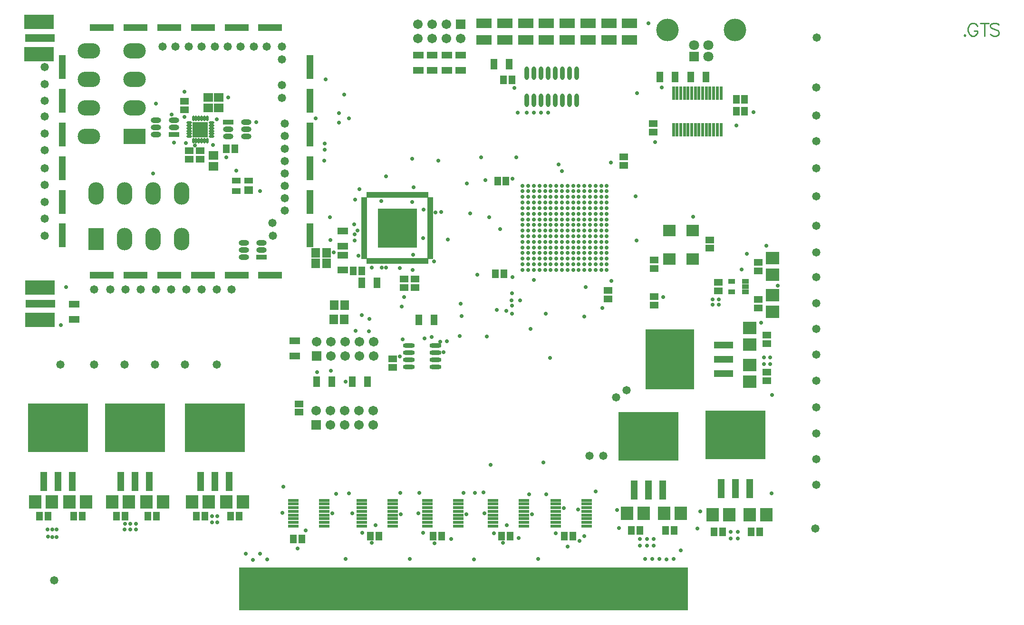
<source format=gts>
%FSAX25Y25*%
%MOIN*%
G70*
G01*
G75*
G04 Layer_Color=8388736*
%ADD10R,0.05118X0.05906*%
%ADD11R,0.10000X0.15000*%
%ADD12O,0.10000X0.15000*%
%ADD13R,0.15000X0.10000*%
%ADD14O,0.15000X0.10000*%
%ADD15R,0.20000X0.09500*%
%ADD16R,0.20000X0.04500*%
%ADD17R,0.04331X0.05512*%
%ADD18R,0.05512X0.04331*%
%ADD19R,0.08661X0.07874*%
%ADD20R,0.04331X0.06693*%
%ADD21R,0.01575X0.08465*%
%ADD22R,0.01575X0.08465*%
%ADD23R,0.06693X0.04331*%
%ADD24R,0.07874X0.08661*%
%ADD25R,0.08000X0.07200*%
%ADD26O,0.06500X0.03000*%
%ADD27R,0.06500X0.03000*%
%ADD28O,0.04000X0.20000*%
%ADD29R,0.01181X0.03169*%
%ADD30R,0.03169X0.01181*%
%ADD31R,0.26378X0.26378*%
%ADD32R,0.06496X0.01181*%
%ADD33R,0.41339X0.33071*%
%ADD34R,0.04134X0.12992*%
%ADD35R,0.33071X0.41339*%
%ADD36R,0.12992X0.04134*%
%ADD37R,0.04331X0.02559*%
%ADD38O,0.07480X0.02362*%
%ADD39C,0.01969*%
%ADD40O,0.02362X0.08661*%
%ADD41R,0.10236X0.05906*%
%ADD42R,0.05100X0.03500*%
%ADD43R,0.05100X0.04700*%
%ADD44R,0.04000X0.16000*%
%ADD45R,0.16000X0.04000*%
%ADD46R,0.05906X0.05118*%
%ADD47O,0.03150X0.00984*%
%ADD48O,0.00984X0.03150*%
%ADD49R,0.10236X0.10236*%
%ADD50C,0.00492*%
%ADD51C,0.03150*%
%ADD52C,0.00787*%
%ADD53C,0.01000*%
%ADD54C,0.01969*%
%ADD55C,0.01181*%
%ADD56C,0.01575*%
%ADD57C,0.02362*%
%ADD58C,0.03937*%
%ADD59C,0.00900*%
%ADD60R,0.05906X0.05906*%
%ADD61C,0.05906*%
%ADD62C,0.05000*%
%ADD63C,0.14961*%
%ADD64C,0.06299*%
%ADD65R,0.06299X0.06299*%
%ADD66C,0.02598*%
%ADD67R,0.05709X0.02165*%
%ADD68O,0.07874X0.01378*%
%ADD69C,0.00984*%
%ADD70C,0.00394*%
%ADD71C,0.00600*%
%ADD72C,0.00720*%
%ADD73C,0.00800*%
%ADD74C,0.00300*%
%ADD75R,0.00100X0.00100*%
%ADD76R,3.15000X0.30000*%
%ADD77R,0.05918X0.06706*%
%ADD78R,0.10800X0.15800*%
%ADD79O,0.10800X0.15800*%
%ADD80R,0.15800X0.10800*%
%ADD81O,0.15800X0.10800*%
%ADD82R,0.20800X0.10300*%
%ADD83R,0.20800X0.05300*%
%ADD84R,0.05131X0.06312*%
%ADD85R,0.06312X0.05131*%
%ADD86R,0.09461X0.08674*%
%ADD87R,0.05131X0.07493*%
%ADD88R,0.02375X0.09265*%
%ADD89R,0.02375X0.09265*%
%ADD90R,0.07493X0.05131*%
%ADD91R,0.08674X0.09461*%
%ADD92R,0.08800X0.08000*%
%ADD93O,0.07300X0.03800*%
%ADD94R,0.07300X0.03800*%
%ADD95O,0.04800X0.20800*%
%ADD96R,0.01981X0.03969*%
%ADD97R,0.03969X0.01981*%
%ADD98R,0.27178X0.27178*%
%ADD99R,0.07296X0.01981*%
%ADD100R,0.42139X0.33871*%
%ADD101R,0.04934X0.13792*%
%ADD102R,0.33871X0.42139*%
%ADD103R,0.13792X0.04934*%
%ADD104R,0.05131X0.03359*%
%ADD105O,0.08280X0.03162*%
%ADD106C,0.02769*%
%ADD107O,0.03162X0.09461*%
%ADD108R,0.11036X0.06706*%
%ADD109R,0.05900X0.04300*%
%ADD110R,0.05900X0.05500*%
%ADD111R,0.04800X0.16800*%
%ADD112R,0.16800X0.04800*%
%ADD113R,0.06706X0.05918*%
%ADD114O,0.03950X0.01784*%
%ADD115O,0.01784X0.03950*%
%ADD116R,0.11036X0.11036*%
%ADD117R,0.06706X0.06706*%
%ADD118C,0.06706*%
%ADD119C,0.05800*%
%ADD120C,0.15761*%
%ADD121C,0.07099*%
%ADD122R,0.07099X0.07099*%
D59*
X0638322Y0382550D02*
X0637894Y0382121D01*
X0638322Y0381693D01*
X0638751Y0382121D01*
X0638322Y0382550D01*
X0647149Y0388549D02*
X0646720Y0389405D01*
X0645863Y0390263D01*
X0645007Y0390691D01*
X0643293D01*
X0642436Y0390263D01*
X0641579Y0389405D01*
X0641150Y0388549D01*
X0640722Y0387263D01*
Y0385121D01*
X0641150Y0383835D01*
X0641579Y0382978D01*
X0642436Y0382121D01*
X0643293Y0381693D01*
X0645007D01*
X0645863Y0382121D01*
X0646720Y0382978D01*
X0647149Y0383835D01*
Y0385121D01*
X0645007D02*
X0647149D01*
X0652205Y0390691D02*
Y0381693D01*
X0649206Y0390691D02*
X0655204D01*
X0662274Y0389405D02*
X0661417Y0390263D01*
X0660132Y0390691D01*
X0658418D01*
X0657132Y0390263D01*
X0656276Y0389405D01*
Y0388549D01*
X0656704Y0387692D01*
X0657132Y0387263D01*
X0657989Y0386835D01*
X0660560Y0385978D01*
X0661417Y0385549D01*
X0661846Y0385121D01*
X0662274Y0384264D01*
Y0382978D01*
X0661417Y0382121D01*
X0660132Y0381693D01*
X0658418D01*
X0657132Y0382121D01*
X0656276Y0382978D01*
D76*
X0286772Y-0005996D02*
D03*
D77*
X0190748Y0229429D02*
D03*
X0183268D02*
D03*
X0190748Y0222342D02*
D03*
X0183268D02*
D03*
X0203740Y0192815D02*
D03*
X0196260D02*
D03*
X0203346Y0182972D02*
D03*
X0195866D02*
D03*
D78*
X0029134Y0239272D02*
D03*
D79*
X0049134D02*
D03*
X0069134D02*
D03*
X0089134D02*
D03*
X0029134Y0271272D02*
D03*
X0049134D02*
D03*
X0069134D02*
D03*
X0089134D02*
D03*
D80*
X0056299Y0311319D02*
D03*
D81*
Y0331319D02*
D03*
Y0351319D02*
D03*
Y0371319D02*
D03*
X0024299Y0311319D02*
D03*
Y0331319D02*
D03*
Y0351319D02*
D03*
Y0371319D02*
D03*
D82*
X-0010591Y0368878D02*
D03*
Y0391398D02*
D03*
X-0010197Y0182658D02*
D03*
Y0205177D02*
D03*
D83*
X-0010191Y0380239D02*
D03*
X-0009797Y0194019D02*
D03*
D84*
X0309252Y0214862D02*
D03*
X0315158D02*
D03*
X0129425Y0045004D02*
D03*
X0123520D02*
D03*
X0099520Y0045004D02*
D03*
X0105425D02*
D03*
X0071425Y0045004D02*
D03*
X0065520D02*
D03*
X0043520Y0045004D02*
D03*
X0049425D02*
D03*
X0019425Y0045004D02*
D03*
X0013520D02*
D03*
X-0010480Y0045004D02*
D03*
X-0004575D02*
D03*
X0484055Y0337303D02*
D03*
X0478150D02*
D03*
X0478150Y0329035D02*
D03*
X0484055D02*
D03*
X0494425Y0034004D02*
D03*
X0488520D02*
D03*
X0462520Y0034004D02*
D03*
X0468425D02*
D03*
X0434425Y0035004D02*
D03*
X0428520D02*
D03*
X0404520Y0035004D02*
D03*
X0410425D02*
D03*
X0357520Y0031004D02*
D03*
X0363425D02*
D03*
X0313520D02*
D03*
X0319425D02*
D03*
X0265520D02*
D03*
X0271425D02*
D03*
X0221520D02*
D03*
X0227425D02*
D03*
X0167520Y0029004D02*
D03*
X0173425D02*
D03*
X0310827Y0279823D02*
D03*
X0316732D02*
D03*
X0209520Y0217004D02*
D03*
X0215425D02*
D03*
X0320866Y0350886D02*
D03*
X0314961D02*
D03*
X0126575Y0302658D02*
D03*
X0120669D02*
D03*
D85*
X0388189Y0197343D02*
D03*
Y0203248D02*
D03*
X0493740Y0196929D02*
D03*
Y0191024D02*
D03*
X0493740Y0217024D02*
D03*
Y0222929D02*
D03*
X0465740Y0203024D02*
D03*
Y0208929D02*
D03*
X0459449Y0238681D02*
D03*
Y0232776D02*
D03*
X0420472Y0224508D02*
D03*
Y0218602D02*
D03*
X0420079Y0320177D02*
D03*
Y0314272D02*
D03*
X0171653Y0123721D02*
D03*
Y0117815D02*
D03*
X0237402Y0155217D02*
D03*
Y0149311D02*
D03*
X0499520Y0171929D02*
D03*
Y0166024D02*
D03*
X0499520Y0140024D02*
D03*
Y0145929D02*
D03*
X0399213Y0296949D02*
D03*
Y0291043D02*
D03*
X0420472Y0198917D02*
D03*
Y0193012D02*
D03*
X0245276Y0205217D02*
D03*
Y0211122D02*
D03*
X0252756Y0211122D02*
D03*
Y0205217D02*
D03*
X0091339Y0335925D02*
D03*
Y0330020D02*
D03*
X0094488Y0295374D02*
D03*
Y0301279D02*
D03*
X0102362Y0301279D02*
D03*
Y0295374D02*
D03*
D86*
X0487520Y0165071D02*
D03*
Y0176882D02*
D03*
Y0150882D02*
D03*
Y0139071D02*
D03*
X0503740Y0188071D02*
D03*
Y0199882D02*
D03*
Y0225882D02*
D03*
Y0214071D02*
D03*
D87*
X0446260Y0353051D02*
D03*
X0456890D02*
D03*
X0435236D02*
D03*
X0424606D02*
D03*
X0194685Y0139272D02*
D03*
X0184055D02*
D03*
X0219488D02*
D03*
X0208858D02*
D03*
X0266339Y0182579D02*
D03*
X0255709D02*
D03*
X0226181Y0208563D02*
D03*
X0215551D02*
D03*
X0308268Y0361910D02*
D03*
X0318898D02*
D03*
D88*
X0434154Y0315748D02*
D03*
D89*
X0436713D02*
D03*
X0439272D02*
D03*
X0441831D02*
D03*
X0444390D02*
D03*
X0446949D02*
D03*
X0449508D02*
D03*
X0452067D02*
D03*
X0454626D02*
D03*
X0457185D02*
D03*
X0459744D02*
D03*
X0462303D02*
D03*
X0464862D02*
D03*
X0467421D02*
D03*
X0434154Y0341535D02*
D03*
X0436713D02*
D03*
X0439272D02*
D03*
X0441831D02*
D03*
X0444390D02*
D03*
X0446949D02*
D03*
X0449508D02*
D03*
X0452067D02*
D03*
X0454626D02*
D03*
X0457185D02*
D03*
X0459744D02*
D03*
X0462303D02*
D03*
X0464862D02*
D03*
X0467421D02*
D03*
D90*
X0285039Y0368209D02*
D03*
Y0357579D02*
D03*
X0275197Y0368209D02*
D03*
Y0357579D02*
D03*
X0264961Y0368209D02*
D03*
Y0357579D02*
D03*
X0255118Y0368209D02*
D03*
Y0357579D02*
D03*
X0168504Y0157185D02*
D03*
Y0167815D02*
D03*
X0202362Y0234350D02*
D03*
Y0244980D02*
D03*
Y0217421D02*
D03*
Y0228051D02*
D03*
X0013780Y0182776D02*
D03*
Y0193405D02*
D03*
D91*
X0108378Y0055004D02*
D03*
X0096567D02*
D03*
X0120567D02*
D03*
X0132378D02*
D03*
X0064567D02*
D03*
X0076378D02*
D03*
X0052378D02*
D03*
X0040567D02*
D03*
X0010567D02*
D03*
X0022378D02*
D03*
X-0001622D02*
D03*
X-0013433D02*
D03*
X0473378Y0046004D02*
D03*
X0461567D02*
D03*
X0413378Y0047004D02*
D03*
X0401567D02*
D03*
X0427567D02*
D03*
X0439378D02*
D03*
X0487567Y0046004D02*
D03*
X0499378D02*
D03*
D92*
X0431138Y0245098D02*
D03*
X0447638D02*
D03*
X0431138Y0225098D02*
D03*
X0447638D02*
D03*
D93*
X0071358Y0322500D02*
D03*
Y0317500D02*
D03*
Y0312500D02*
D03*
X0083858Y0322500D02*
D03*
Y0317500D02*
D03*
X0122047Y0316161D02*
D03*
Y0311161D02*
D03*
X0134547Y0321161D02*
D03*
Y0316161D02*
D03*
Y0311161D02*
D03*
X0145276Y0231673D02*
D03*
Y0236673D02*
D03*
X0132776Y0226673D02*
D03*
Y0231673D02*
D03*
Y0236673D02*
D03*
D94*
X0083858Y0312500D02*
D03*
X0122047Y0321161D02*
D03*
X0145276Y0226673D02*
D03*
D95*
X0134272Y-0001496D02*
D03*
X0139272D02*
D03*
X0439272D02*
D03*
X0434272D02*
D03*
X0429272D02*
D03*
X0424272D02*
D03*
X0419272D02*
D03*
X0414272D02*
D03*
X0409272D02*
D03*
X0404272D02*
D03*
X0399272D02*
D03*
X0394272D02*
D03*
X0389272D02*
D03*
X0384272D02*
D03*
X0379272D02*
D03*
X0374272D02*
D03*
X0369272D02*
D03*
X0364272D02*
D03*
X0359272D02*
D03*
X0354272D02*
D03*
X0349272D02*
D03*
X0344272D02*
D03*
X0339272D02*
D03*
X0334272D02*
D03*
X0329272D02*
D03*
X0324272D02*
D03*
X0319272D02*
D03*
X0314272D02*
D03*
X0309272D02*
D03*
X0304272D02*
D03*
X0299272D02*
D03*
X0294272D02*
D03*
X0289272D02*
D03*
X0284272D02*
D03*
X0279272D02*
D03*
X0274272D02*
D03*
X0269272D02*
D03*
X0264272D02*
D03*
X0259272D02*
D03*
X0254272D02*
D03*
X0249272D02*
D03*
X0244272D02*
D03*
X0239272D02*
D03*
X0234272D02*
D03*
X0229272D02*
D03*
X0224272D02*
D03*
X0219272D02*
D03*
X0214272D02*
D03*
X0209272D02*
D03*
X0204272D02*
D03*
X0199272D02*
D03*
X0184272D02*
D03*
X0179272D02*
D03*
X0174272D02*
D03*
X0169272D02*
D03*
X0164272D02*
D03*
X0159272D02*
D03*
X0154272D02*
D03*
X0149272D02*
D03*
X0144272D02*
D03*
D96*
X0261142Y0270242D02*
D03*
X0259173D02*
D03*
X0257205D02*
D03*
X0255236D02*
D03*
X0253268D02*
D03*
X0251299D02*
D03*
X0249331D02*
D03*
X0247362D02*
D03*
X0245394D02*
D03*
X0243425D02*
D03*
X0241457D02*
D03*
X0239488D02*
D03*
X0237520D02*
D03*
X0235551D02*
D03*
X0233583D02*
D03*
X0231614D02*
D03*
X0229646D02*
D03*
X0227677D02*
D03*
X0225709D02*
D03*
X0223740D02*
D03*
X0221772D02*
D03*
X0219803D02*
D03*
Y0223766D02*
D03*
X0221772D02*
D03*
X0223740D02*
D03*
X0225709D02*
D03*
X0227677D02*
D03*
X0229646D02*
D03*
X0231614D02*
D03*
X0233583D02*
D03*
X0235551D02*
D03*
X0237520D02*
D03*
X0239488D02*
D03*
X0241457D02*
D03*
X0243425D02*
D03*
X0245394D02*
D03*
X0247362D02*
D03*
X0249331D02*
D03*
X0251299D02*
D03*
X0253268D02*
D03*
X0255236D02*
D03*
X0257205D02*
D03*
X0259173D02*
D03*
X0261142D02*
D03*
D97*
X0217235Y0267673D02*
D03*
Y0265705D02*
D03*
Y0263736D02*
D03*
Y0261768D02*
D03*
Y0259799D02*
D03*
Y0257831D02*
D03*
Y0255862D02*
D03*
Y0253894D02*
D03*
Y0251925D02*
D03*
Y0249957D02*
D03*
Y0247988D02*
D03*
Y0246020D02*
D03*
Y0244051D02*
D03*
Y0242083D02*
D03*
Y0240114D02*
D03*
Y0238146D02*
D03*
Y0236177D02*
D03*
Y0234209D02*
D03*
Y0232240D02*
D03*
Y0230272D02*
D03*
Y0228303D02*
D03*
Y0226335D02*
D03*
X0263710D02*
D03*
Y0228303D02*
D03*
Y0230272D02*
D03*
Y0232240D02*
D03*
Y0234209D02*
D03*
Y0236177D02*
D03*
Y0238146D02*
D03*
Y0240114D02*
D03*
Y0242083D02*
D03*
Y0244051D02*
D03*
Y0246020D02*
D03*
Y0247988D02*
D03*
Y0249957D02*
D03*
Y0251925D02*
D03*
Y0253894D02*
D03*
Y0255862D02*
D03*
Y0257831D02*
D03*
Y0259799D02*
D03*
Y0261768D02*
D03*
Y0263736D02*
D03*
Y0265705D02*
D03*
Y0267673D02*
D03*
D98*
X0240472Y0247004D02*
D03*
D99*
X0261547Y0055961D02*
D03*
Y0053401D02*
D03*
Y0050842D02*
D03*
Y0048283D02*
D03*
Y0045724D02*
D03*
Y0043165D02*
D03*
Y0040606D02*
D03*
Y0038047D02*
D03*
X0283398Y0055961D02*
D03*
Y0053401D02*
D03*
Y0050842D02*
D03*
Y0048283D02*
D03*
Y0045724D02*
D03*
Y0043165D02*
D03*
Y0040606D02*
D03*
Y0038047D02*
D03*
X0215547Y0055961D02*
D03*
Y0053401D02*
D03*
Y0050842D02*
D03*
Y0048283D02*
D03*
Y0045724D02*
D03*
Y0043165D02*
D03*
Y0040606D02*
D03*
Y0038047D02*
D03*
X0237398Y0055961D02*
D03*
Y0053401D02*
D03*
Y0050842D02*
D03*
Y0048283D02*
D03*
Y0045724D02*
D03*
Y0043165D02*
D03*
Y0040606D02*
D03*
Y0038047D02*
D03*
X0167547Y0055961D02*
D03*
Y0053401D02*
D03*
Y0050842D02*
D03*
Y0048283D02*
D03*
Y0045724D02*
D03*
Y0043165D02*
D03*
Y0040606D02*
D03*
Y0038047D02*
D03*
X0189398Y0055961D02*
D03*
Y0053401D02*
D03*
Y0050842D02*
D03*
Y0048283D02*
D03*
Y0045724D02*
D03*
Y0043165D02*
D03*
Y0040606D02*
D03*
Y0038047D02*
D03*
X0307547Y0055961D02*
D03*
Y0053401D02*
D03*
Y0050842D02*
D03*
Y0048283D02*
D03*
Y0045724D02*
D03*
Y0043165D02*
D03*
Y0040606D02*
D03*
Y0038047D02*
D03*
X0329398Y0055961D02*
D03*
Y0053401D02*
D03*
Y0050842D02*
D03*
Y0048283D02*
D03*
Y0045724D02*
D03*
Y0043165D02*
D03*
Y0040606D02*
D03*
Y0038047D02*
D03*
X0351547Y0055961D02*
D03*
Y0053401D02*
D03*
Y0050842D02*
D03*
Y0048283D02*
D03*
Y0045724D02*
D03*
Y0043165D02*
D03*
Y0040606D02*
D03*
Y0038047D02*
D03*
X0373398Y0055961D02*
D03*
Y0053401D02*
D03*
Y0050842D02*
D03*
Y0048283D02*
D03*
Y0045724D02*
D03*
Y0043165D02*
D03*
Y0040606D02*
D03*
Y0038047D02*
D03*
D100*
X0477472Y0101784D02*
D03*
X0056472Y0106783D02*
D03*
X0112472D02*
D03*
X0002472D02*
D03*
X0416472Y0100784D02*
D03*
D101*
X0487472Y0064185D02*
D03*
X0477472D02*
D03*
X0467472D02*
D03*
X0066472Y0069185D02*
D03*
X0056472D02*
D03*
X0046472D02*
D03*
X0122472D02*
D03*
X0112472D02*
D03*
X0102472D02*
D03*
X0012472D02*
D03*
X0002472D02*
D03*
X-0007528D02*
D03*
X0426472Y0063185D02*
D03*
X0416472D02*
D03*
X0406472D02*
D03*
D102*
X0431740Y0154976D02*
D03*
D103*
X0469339Y0164976D02*
D03*
Y0154976D02*
D03*
Y0144976D02*
D03*
D104*
X0475016Y0202236D02*
D03*
Y0209717D02*
D03*
X0484465D02*
D03*
Y0205976D02*
D03*
Y0202236D02*
D03*
D105*
X0267126Y0149488D02*
D03*
Y0154488D02*
D03*
Y0159488D02*
D03*
Y0164488D02*
D03*
X0248622Y0149488D02*
D03*
Y0154488D02*
D03*
Y0159488D02*
D03*
Y0164488D02*
D03*
D106*
X0328346Y0217618D02*
D03*
Y0221555D02*
D03*
Y0225492D02*
D03*
Y0229429D02*
D03*
Y0233366D02*
D03*
Y0237303D02*
D03*
Y0241240D02*
D03*
Y0245177D02*
D03*
Y0249114D02*
D03*
Y0253051D02*
D03*
Y0256988D02*
D03*
Y0260925D02*
D03*
Y0264862D02*
D03*
Y0268799D02*
D03*
Y0272736D02*
D03*
Y0276673D02*
D03*
X0332283Y0217618D02*
D03*
Y0221555D02*
D03*
Y0225492D02*
D03*
Y0229429D02*
D03*
Y0233366D02*
D03*
Y0237303D02*
D03*
Y0241240D02*
D03*
Y0245177D02*
D03*
Y0249114D02*
D03*
Y0253051D02*
D03*
Y0256988D02*
D03*
Y0260925D02*
D03*
Y0264862D02*
D03*
Y0268799D02*
D03*
Y0272736D02*
D03*
Y0276673D02*
D03*
X0336221Y0217618D02*
D03*
Y0221555D02*
D03*
Y0225492D02*
D03*
Y0229429D02*
D03*
Y0233366D02*
D03*
Y0237303D02*
D03*
Y0241240D02*
D03*
Y0245177D02*
D03*
Y0249114D02*
D03*
Y0253051D02*
D03*
Y0256988D02*
D03*
Y0260925D02*
D03*
Y0264862D02*
D03*
Y0268799D02*
D03*
Y0272736D02*
D03*
Y0276673D02*
D03*
X0340158Y0217618D02*
D03*
Y0221555D02*
D03*
Y0225492D02*
D03*
Y0229429D02*
D03*
Y0233366D02*
D03*
Y0237303D02*
D03*
Y0241240D02*
D03*
Y0245177D02*
D03*
Y0249114D02*
D03*
Y0253051D02*
D03*
Y0256988D02*
D03*
Y0260925D02*
D03*
Y0264862D02*
D03*
Y0268799D02*
D03*
Y0272736D02*
D03*
Y0276673D02*
D03*
X0344094Y0217618D02*
D03*
Y0221555D02*
D03*
Y0225492D02*
D03*
Y0229429D02*
D03*
Y0233366D02*
D03*
Y0237303D02*
D03*
Y0241240D02*
D03*
Y0245177D02*
D03*
Y0249114D02*
D03*
Y0253051D02*
D03*
Y0256988D02*
D03*
Y0260925D02*
D03*
Y0264862D02*
D03*
Y0268799D02*
D03*
Y0272736D02*
D03*
Y0276673D02*
D03*
X0348031Y0217618D02*
D03*
Y0221555D02*
D03*
Y0225492D02*
D03*
Y0229429D02*
D03*
Y0233366D02*
D03*
Y0237303D02*
D03*
Y0241240D02*
D03*
Y0245177D02*
D03*
Y0249114D02*
D03*
Y0253051D02*
D03*
Y0256988D02*
D03*
Y0260925D02*
D03*
Y0264862D02*
D03*
Y0268799D02*
D03*
Y0272736D02*
D03*
Y0276673D02*
D03*
X0351969Y0217618D02*
D03*
Y0221555D02*
D03*
Y0225492D02*
D03*
Y0229429D02*
D03*
Y0233366D02*
D03*
Y0237303D02*
D03*
Y0241240D02*
D03*
Y0245177D02*
D03*
Y0249114D02*
D03*
Y0253051D02*
D03*
Y0256988D02*
D03*
Y0260925D02*
D03*
Y0264862D02*
D03*
Y0268799D02*
D03*
Y0272736D02*
D03*
Y0276673D02*
D03*
X0355906Y0217618D02*
D03*
Y0221555D02*
D03*
Y0225492D02*
D03*
Y0229429D02*
D03*
Y0233366D02*
D03*
Y0237303D02*
D03*
Y0241240D02*
D03*
Y0245177D02*
D03*
Y0249114D02*
D03*
Y0253051D02*
D03*
Y0256988D02*
D03*
Y0260925D02*
D03*
Y0264862D02*
D03*
Y0268799D02*
D03*
Y0272736D02*
D03*
Y0276673D02*
D03*
X0359842Y0217618D02*
D03*
Y0221555D02*
D03*
Y0225492D02*
D03*
Y0229429D02*
D03*
Y0233366D02*
D03*
Y0237303D02*
D03*
Y0241240D02*
D03*
Y0245177D02*
D03*
Y0249114D02*
D03*
Y0253051D02*
D03*
Y0256988D02*
D03*
Y0260925D02*
D03*
Y0264862D02*
D03*
Y0268799D02*
D03*
Y0272736D02*
D03*
Y0276673D02*
D03*
X0363779Y0217618D02*
D03*
Y0221555D02*
D03*
Y0225492D02*
D03*
Y0229429D02*
D03*
Y0233366D02*
D03*
Y0237303D02*
D03*
Y0241240D02*
D03*
Y0245177D02*
D03*
Y0249114D02*
D03*
Y0253051D02*
D03*
Y0256988D02*
D03*
Y0260925D02*
D03*
Y0264862D02*
D03*
Y0268799D02*
D03*
Y0272736D02*
D03*
Y0276673D02*
D03*
X0367717Y0217618D02*
D03*
Y0221555D02*
D03*
Y0225492D02*
D03*
Y0229429D02*
D03*
Y0233366D02*
D03*
Y0237303D02*
D03*
Y0241240D02*
D03*
Y0245177D02*
D03*
Y0249114D02*
D03*
Y0253051D02*
D03*
Y0256988D02*
D03*
Y0260925D02*
D03*
Y0264862D02*
D03*
Y0268799D02*
D03*
Y0272736D02*
D03*
Y0276673D02*
D03*
X0371654Y0217618D02*
D03*
Y0221555D02*
D03*
Y0225492D02*
D03*
Y0229429D02*
D03*
Y0233366D02*
D03*
Y0237303D02*
D03*
Y0241240D02*
D03*
Y0245177D02*
D03*
Y0249114D02*
D03*
Y0253051D02*
D03*
Y0256988D02*
D03*
Y0260925D02*
D03*
Y0264862D02*
D03*
Y0268799D02*
D03*
Y0272736D02*
D03*
Y0276673D02*
D03*
X0375590Y0217618D02*
D03*
Y0221555D02*
D03*
Y0225492D02*
D03*
Y0229429D02*
D03*
Y0233366D02*
D03*
Y0237303D02*
D03*
Y0241240D02*
D03*
Y0245177D02*
D03*
Y0249114D02*
D03*
Y0253051D02*
D03*
Y0256988D02*
D03*
Y0260925D02*
D03*
Y0264862D02*
D03*
Y0268799D02*
D03*
Y0272736D02*
D03*
Y0276673D02*
D03*
X0379528Y0217618D02*
D03*
Y0221555D02*
D03*
Y0225492D02*
D03*
Y0229429D02*
D03*
Y0233366D02*
D03*
Y0237303D02*
D03*
Y0241240D02*
D03*
Y0245177D02*
D03*
Y0249114D02*
D03*
Y0253051D02*
D03*
Y0256988D02*
D03*
Y0260925D02*
D03*
Y0264862D02*
D03*
Y0268799D02*
D03*
Y0272736D02*
D03*
Y0276673D02*
D03*
X0383465Y0217618D02*
D03*
Y0221555D02*
D03*
Y0225492D02*
D03*
Y0229429D02*
D03*
Y0233366D02*
D03*
Y0237303D02*
D03*
Y0241240D02*
D03*
Y0245177D02*
D03*
Y0249114D02*
D03*
Y0253051D02*
D03*
Y0256988D02*
D03*
Y0260925D02*
D03*
Y0264862D02*
D03*
Y0268799D02*
D03*
Y0272736D02*
D03*
Y0276673D02*
D03*
X0387402Y0217618D02*
D03*
Y0221555D02*
D03*
Y0225492D02*
D03*
Y0229429D02*
D03*
Y0233366D02*
D03*
Y0237303D02*
D03*
Y0241240D02*
D03*
Y0245177D02*
D03*
Y0249114D02*
D03*
Y0253051D02*
D03*
Y0256988D02*
D03*
Y0260925D02*
D03*
Y0264862D02*
D03*
Y0268799D02*
D03*
Y0272736D02*
D03*
Y0276673D02*
D03*
X0342913Y0082579D02*
D03*
X0305906Y0081004D02*
D03*
X0347638Y0155807D02*
D03*
X0083858Y0306988D02*
D03*
X0082284Y0326673D02*
D03*
X0220669Y0174508D02*
D03*
X0211319Y0174902D02*
D03*
X0220768Y0183268D02*
D03*
X0215551Y0185925D02*
D03*
X0269325Y0294139D02*
D03*
X0353642Y0291535D02*
D03*
X0271161Y0258071D02*
D03*
X0304921Y0254528D02*
D03*
X0244291Y0168819D02*
D03*
X0317028Y0188779D02*
D03*
X0259449Y0169685D02*
D03*
X0264567Y0170472D02*
D03*
X0320866Y0186811D02*
D03*
X0321063Y0192717D02*
D03*
X0326673Y0196161D02*
D03*
X0275197Y0167618D02*
D03*
X0193799Y0146752D02*
D03*
X0333858Y0176083D02*
D03*
X0344587Y0186811D02*
D03*
X0336221Y0210728D02*
D03*
X0111122Y0305118D02*
D03*
X0113779Y0323327D02*
D03*
X-0001575Y0035728D02*
D03*
X-0001476Y0030315D02*
D03*
X0001575D02*
D03*
X-0004575Y0030461D02*
D03*
X0049425Y0039484D02*
D03*
X0053362D02*
D03*
X0057268D02*
D03*
Y0035516D02*
D03*
X0053331D02*
D03*
X0049394D02*
D03*
X0110457Y0045004D02*
D03*
X0114347D02*
D03*
Y0040673D02*
D03*
X0110457D02*
D03*
X-0004724Y0035728D02*
D03*
X0001575D02*
D03*
X0410425Y0028846D02*
D03*
X0415543D02*
D03*
X0420284D02*
D03*
Y0024106D02*
D03*
X0415543D02*
D03*
X0410441D02*
D03*
X0474260Y0034004D02*
D03*
X0479378D02*
D03*
Y0029185D02*
D03*
X0474165D02*
D03*
X0501968Y0151476D02*
D03*
Y0156201D02*
D03*
X0497638D02*
D03*
Y0151476D02*
D03*
X0139272Y0014371D02*
D03*
X0149272Y0014409D02*
D03*
X0204272Y0014920D02*
D03*
X0249272Y0014802D02*
D03*
X0294272Y0014684D02*
D03*
X0339272Y0014765D02*
D03*
X0414272Y0014763D02*
D03*
X0419272Y0014843D02*
D03*
X0429272Y0014724D02*
D03*
X0434272Y0014842D02*
D03*
X0424213Y0014862D02*
D03*
X0091339Y0324801D02*
D03*
X0092128Y0306593D02*
D03*
X0098424Y0305019D02*
D03*
X0120669Y0296555D02*
D03*
X0144095Y0272736D02*
D03*
X0127559Y0287303D02*
D03*
X0141732Y0321161D02*
D03*
X0122047Y0338484D02*
D03*
X0091339Y0342421D02*
D03*
X0071260Y0334154D02*
D03*
X0069291Y0285335D02*
D03*
X0408268Y0238090D02*
D03*
X0213779Y0274311D02*
D03*
X0211024Y0266831D02*
D03*
X0232677Y0283366D02*
D03*
X0210236Y0249508D02*
D03*
X0210630Y0238090D02*
D03*
Y0242421D02*
D03*
X0212598Y0245177D02*
D03*
X0213386Y0227461D02*
D03*
X0222441Y0219193D02*
D03*
X0229528D02*
D03*
X0232677D02*
D03*
X0251181Y0217618D02*
D03*
X0251575Y0228248D02*
D03*
X0266142Y0223524D02*
D03*
X0275984Y0238878D02*
D03*
X0258661Y0240059D02*
D03*
X0267323Y0257776D02*
D03*
X0259055Y0259744D02*
D03*
X0251969Y0275492D02*
D03*
X0250787Y0265256D02*
D03*
X0229134Y0266043D02*
D03*
X0193307Y0254626D02*
D03*
X0193701Y0238484D02*
D03*
X0196063Y0229823D02*
D03*
X0242126Y0218799D02*
D03*
X0408465Y0341437D02*
D03*
X0355906Y0286910D02*
D03*
X0478346Y0318799D02*
D03*
X0426772Y0198721D02*
D03*
X0465748Y0196752D02*
D03*
X0461417D02*
D03*
Y0193209D02*
D03*
X0465748D02*
D03*
X0407480Y0269193D02*
D03*
X0372441Y0205413D02*
D03*
X0351575Y0032972D02*
D03*
X0371654Y0031004D02*
D03*
X0367323Y0049508D02*
D03*
X0357087Y0050689D02*
D03*
X0301575Y0046752D02*
D03*
X0335039Y0046358D02*
D03*
X0288976D02*
D03*
X0255118Y0046752D02*
D03*
X0209055D02*
D03*
X0242913Y0046358D02*
D03*
X0225197Y0038484D02*
D03*
X0194882Y0046752D02*
D03*
X0159843Y0047146D02*
D03*
X0176378Y0034941D02*
D03*
X0308268Y0032972D02*
D03*
X0258661Y0033366D02*
D03*
X0215748D02*
D03*
X0170472Y0022343D02*
D03*
X0242126Y0156988D02*
D03*
X0272835Y0159744D02*
D03*
X0270472Y0167224D02*
D03*
X0243701Y0192028D02*
D03*
X0204331Y0139272D02*
D03*
X0184252Y0145965D02*
D03*
X0322638Y0345374D02*
D03*
X0416732Y0390650D02*
D03*
X0390158Y0292815D02*
D03*
X0421260Y0307382D02*
D03*
X0425984Y0345571D02*
D03*
X0490158Y0328248D02*
D03*
X0448032Y0255020D02*
D03*
X0499213Y0234547D02*
D03*
X0481890Y0218012D02*
D03*
X0485433Y0229035D02*
D03*
X0396063Y0036516D02*
D03*
X0394488Y0049114D02*
D03*
X0452756Y0048327D02*
D03*
X0450787Y0036122D02*
D03*
X0502756Y0060925D02*
D03*
X0503150Y0129823D02*
D03*
X0495669Y0180610D02*
D03*
X0507087Y0206594D02*
D03*
X0296457Y0214075D02*
D03*
X0321260Y0212500D02*
D03*
X0320866Y0201083D02*
D03*
X0320472Y0196358D02*
D03*
X0310236Y0189665D02*
D03*
X0303150Y0170768D02*
D03*
X0285039Y0193996D02*
D03*
X0285433Y0185335D02*
D03*
X0284252Y0171161D02*
D03*
X0245276Y0198721D02*
D03*
X0390551Y0209744D02*
D03*
X0302165Y0280413D02*
D03*
X0291732Y0257382D02*
D03*
X0289370Y0278248D02*
D03*
X0008268Y0205413D02*
D03*
X0004724Y0179035D02*
D03*
X0134252Y0018406D02*
D03*
X0144095D02*
D03*
X0439370Y0020768D02*
D03*
X0321260Y0281398D02*
D03*
X0384252Y0190847D02*
D03*
X0371654Y0184941D02*
D03*
X0300787Y0061713D02*
D03*
X0287008Y0061319D02*
D03*
X0255906D02*
D03*
X0206693Y0060925D02*
D03*
X0160630Y0065650D02*
D03*
X0344882Y0060138D02*
D03*
X0379528Y0062106D02*
D03*
X0333071Y0060138D02*
D03*
X0294882Y0061319D02*
D03*
X0242520D02*
D03*
X0197638Y0060532D02*
D03*
X0278346Y0029035D02*
D03*
X0325590Y0029429D02*
D03*
X0368110Y0027461D02*
D03*
X0359842Y0023524D02*
D03*
X0317323Y0038484D02*
D03*
X0314567Y0026280D02*
D03*
X0266535Y0025886D02*
D03*
X0222441Y0026280D02*
D03*
X0235039Y0254232D02*
D03*
X0238976D02*
D03*
X0242913D02*
D03*
Y0250295D02*
D03*
X0238976D02*
D03*
X0235039D02*
D03*
Y0246358D02*
D03*
X0242913D02*
D03*
X0246850D02*
D03*
Y0250295D02*
D03*
Y0254232D02*
D03*
X0242913Y0242421D02*
D03*
X0238976D02*
D03*
X0235039D02*
D03*
X0238976Y0246358D02*
D03*
X0246850Y0242421D02*
D03*
Y0238484D02*
D03*
X0242913D02*
D03*
X0238976D02*
D03*
X0235039D02*
D03*
X0231102D02*
D03*
Y0242421D02*
D03*
Y0246358D02*
D03*
Y0250295D02*
D03*
Y0254232D02*
D03*
X0331122Y0327776D02*
D03*
X0336122Y0327854D02*
D03*
X0341122Y0327933D02*
D03*
X0346122Y0327913D02*
D03*
X0325000Y0327756D02*
D03*
X0190354Y0351279D02*
D03*
X0203150Y0340551D02*
D03*
X0183169Y0324016D02*
D03*
X0323819Y0296457D02*
D03*
X0299114Y0296555D02*
D03*
X0250787Y0295472D02*
D03*
X0189469Y0306201D02*
D03*
Y0301870D02*
D03*
X0189370Y0294390D02*
D03*
X0199606Y0327559D02*
D03*
Y0320866D02*
D03*
X0206693Y0324016D02*
D03*
X0312598Y0246211D02*
D03*
D107*
X0331122Y0336713D02*
D03*
X0336122D02*
D03*
X0341122D02*
D03*
X0346122D02*
D03*
X0351122D02*
D03*
X0356122D02*
D03*
X0361122D02*
D03*
X0366122D02*
D03*
X0331122Y0355610D02*
D03*
X0336122D02*
D03*
X0341122D02*
D03*
X0346122D02*
D03*
X0351122D02*
D03*
X0356122D02*
D03*
X0361122D02*
D03*
X0366122D02*
D03*
D108*
X0301378Y0390650D02*
D03*
Y0378839D02*
D03*
X0315945Y0390650D02*
D03*
Y0378839D02*
D03*
X0330512Y0390650D02*
D03*
Y0378839D02*
D03*
X0345079Y0390650D02*
D03*
Y0378839D02*
D03*
X0359646Y0390650D02*
D03*
Y0378839D02*
D03*
X0374213Y0390650D02*
D03*
Y0378839D02*
D03*
X0388779Y0390650D02*
D03*
Y0378839D02*
D03*
X0403346Y0390650D02*
D03*
Y0378839D02*
D03*
D109*
X0136259Y0280236D02*
D03*
X0127559D02*
D03*
Y0272736D02*
D03*
D110*
X0136259Y0273536D02*
D03*
D111*
X0005512Y0359744D02*
D03*
Y0336144D02*
D03*
Y0312544D02*
D03*
Y0288944D02*
D03*
Y0265344D02*
D03*
Y0241744D02*
D03*
X0179312D02*
D03*
Y0265344D02*
D03*
Y0288944D02*
D03*
Y0312544D02*
D03*
Y0336144D02*
D03*
Y0359744D02*
D03*
D112*
X0033412Y0213844D02*
D03*
X0057012D02*
D03*
X0080612D02*
D03*
X0104212D02*
D03*
X0127812D02*
D03*
X0151412D02*
D03*
Y0387644D02*
D03*
X0127812D02*
D03*
X0104212D02*
D03*
X0080612D02*
D03*
X0057012D02*
D03*
X0033412D02*
D03*
D113*
X0115354Y0331201D02*
D03*
Y0338681D02*
D03*
X0107874Y0331201D02*
D03*
Y0338681D02*
D03*
X0111417Y0290256D02*
D03*
Y0297736D02*
D03*
D114*
X0110236Y0311122D02*
D03*
Y0313090D02*
D03*
Y0315059D02*
D03*
Y0317028D02*
D03*
Y0318996D02*
D03*
Y0320965D02*
D03*
X0094488D02*
D03*
Y0318996D02*
D03*
Y0317028D02*
D03*
Y0315059D02*
D03*
Y0313090D02*
D03*
Y0311122D02*
D03*
D115*
X0107283Y0323917D02*
D03*
X0105315D02*
D03*
X0103347D02*
D03*
X0101378D02*
D03*
X0099409D02*
D03*
X0097441D02*
D03*
Y0308169D02*
D03*
X0099409D02*
D03*
X0101378D02*
D03*
X0103347D02*
D03*
X0105315D02*
D03*
X0107283D02*
D03*
D116*
X0102362Y0316043D02*
D03*
D117*
X0285039Y0390059D02*
D03*
X0183465Y0108957D02*
D03*
X0183858Y0157382D02*
D03*
D118*
X0285039Y0380059D02*
D03*
X0275039Y0390059D02*
D03*
Y0380059D02*
D03*
X0265039Y0390059D02*
D03*
Y0380059D02*
D03*
X0255039Y0390059D02*
D03*
Y0380059D02*
D03*
X0183465Y0118957D02*
D03*
X0193465Y0108957D02*
D03*
Y0118957D02*
D03*
X0203465Y0108957D02*
D03*
Y0118957D02*
D03*
X0213465Y0108957D02*
D03*
Y0118957D02*
D03*
X0223465Y0108957D02*
D03*
Y0118957D02*
D03*
X0183858Y0167382D02*
D03*
X0193858Y0157382D02*
D03*
Y0167382D02*
D03*
X0203858Y0157382D02*
D03*
Y0167382D02*
D03*
X0213858Y0157382D02*
D03*
Y0167382D02*
D03*
X0223858Y0157382D02*
D03*
Y0167382D02*
D03*
D119*
X0000000Y0000000D02*
D03*
X0534547Y0380610D02*
D03*
X0533465Y0036220D02*
D03*
X-0006693Y0347933D02*
D03*
Y0325098D02*
D03*
Y0301476D02*
D03*
Y0277067D02*
D03*
Y0253445D02*
D03*
Y0359744D02*
D03*
Y0241634D02*
D03*
Y0265256D02*
D03*
Y0288878D02*
D03*
Y0313287D02*
D03*
Y0336122D02*
D03*
X0113779Y0151083D02*
D03*
X0091732D02*
D03*
X0070472D02*
D03*
X0049213D02*
D03*
X0027953D02*
D03*
X0004331D02*
D03*
X0534252Y0345571D02*
D03*
Y0325886D02*
D03*
Y0307776D02*
D03*
Y0288878D02*
D03*
Y0269193D02*
D03*
Y0248721D02*
D03*
Y0229823D02*
D03*
Y0212500D02*
D03*
Y0194390D02*
D03*
Y0176279D02*
D03*
Y0158169D02*
D03*
Y0140059D02*
D03*
Y0121161D02*
D03*
Y0103051D02*
D03*
Y0084941D02*
D03*
Y0066831D02*
D03*
X0027953Y0203839D02*
D03*
X0039370D02*
D03*
X0050000D02*
D03*
X0060630D02*
D03*
X0071260D02*
D03*
X0081890D02*
D03*
X0092520D02*
D03*
X0103150D02*
D03*
X0113779D02*
D03*
X0124409D02*
D03*
X0153150Y0241634D02*
D03*
X0152756Y0250689D02*
D03*
X0161417Y0259350D02*
D03*
Y0268012D02*
D03*
Y0276673D02*
D03*
Y0285335D02*
D03*
Y0293996D02*
D03*
Y0302658D02*
D03*
Y0311713D02*
D03*
Y0320374D02*
D03*
X0159449Y0338090D02*
D03*
Y0347146D02*
D03*
Y0365256D02*
D03*
Y0374311D02*
D03*
X0148819D02*
D03*
X0139764D02*
D03*
X0130709D02*
D03*
X0121653D02*
D03*
X0112598D02*
D03*
X0103150D02*
D03*
X0094095D02*
D03*
X0085039D02*
D03*
X0075984D02*
D03*
X0401083Y0133366D02*
D03*
X0375295Y0087106D02*
D03*
X0384842D02*
D03*
X0393799Y0128248D02*
D03*
D120*
X0477244Y0385768D02*
D03*
X0429843D02*
D03*
D121*
X0458465Y0375098D02*
D03*
X0448622D02*
D03*
X0458465Y0367224D02*
D03*
D122*
X0448622D02*
D03*
M02*

</source>
